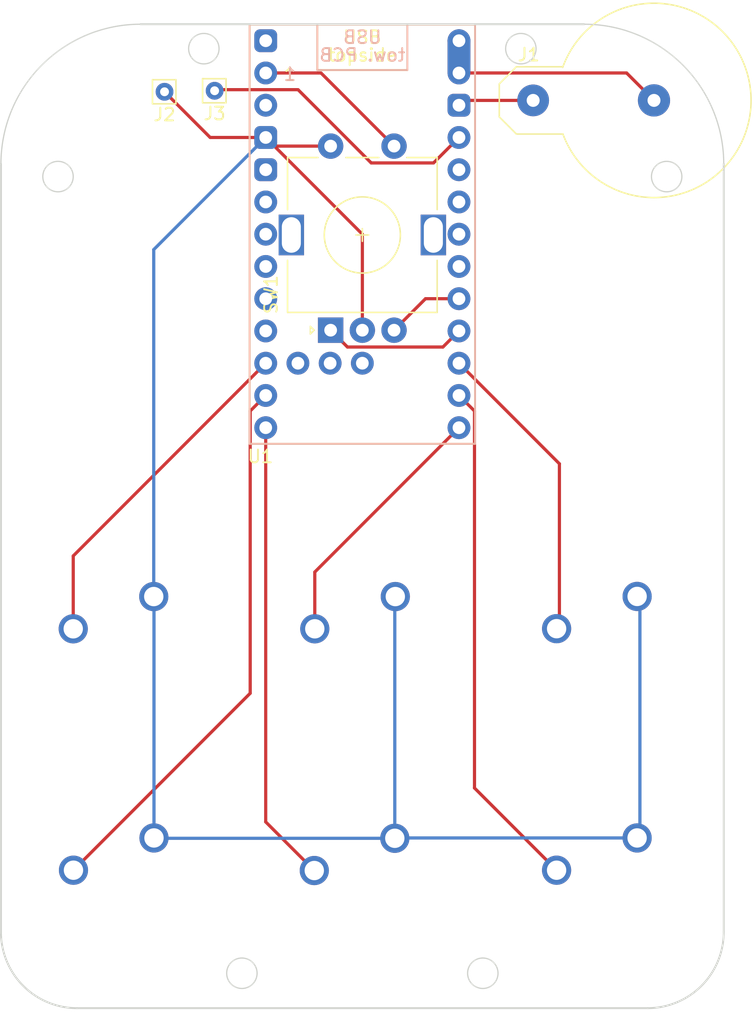
<source format=kicad_pcb>
(kicad_pcb (version 20221018) (generator pcbnew)
  (layers (0 "F.Cu" signal) (31 "B.Cu" signal) (34 "B.Paste" user) (35 "F.Paste" user) (36 "B.SilkS" user "B.Silkscreen") (37 "F.SilkS" user "F.Silkscreen") (38 "B.Mask" user) (39 "F.Mask" user) (44 "Edge.Cuts" user))
  (net 0 "")
  (net 1 "Net-(U1-P1.11-LF)")
  (net 10 "Net-(J1-Pin_1)")
  (net 11 "Net-(U1-P1.06-LF)")
  (net 12 "Net-(U1-P1.04-LF)")
  (net 13 "Net-(U1-P0.11)")
  (net 14 "Net-(U1-P0-10-LF)")
  (net 15 "Net-(U1-P0.09-LF)")
  (net 19 "Net-(U1-P1.13-LF)")
  (net 20 "Net-(U1-P1.15-LF)")
  (net 24 "Net-(U1-P0.06)")
  (net 25 "Net-(J1-Pin_2)")
  (net 27 "Net-(J3-Pin_1)")
  (footprint "PCM_marbastlib-mx:SW_MX_1u" (layer "F.Cu") (at 58.52 120.2)
    (fp_text reference "MX5" hide)
    (fp_text value "MX_SW_solder" hide)
    (pad "" np_thru_hole circle (at -5.08 0) (size 1.75 1.75) (drill 1.75) (layers "*.Cu" "*.Mask"))
    (pad "" np_thru_hole circle (at 0 0) (size 3.9878 3.9878) (drill 3.9878) (layers "*.Cu" "*.Mask"))
    (pad "" np_thru_hole circle (at 5.08 0) (size 1.75 1.75) (drill 1.75) (layers "*.Cu" "*.Mask"))
    (pad "1" thru_hole circle (at -3.81 -2.54) (size 2.3 2.3) (drill 1.524) (layers "*.Cu" "B.Mask") (net 11 "Net-(U1-P1.06-LF)"))
    (pad "2" thru_hole circle (at 2.54 -5.08) (size 2.3 2.3) (drill 1.524) (layers "*.Cu" "B.Mask") (net 10 "Net-(J1-Pin_1)"))
  )
  (footprint "Rotary_Encoder:RotaryEncoder_Alps_EC11E-Switch_Vertical_H20mm" (layer "F.Cu") (at 56 75.1 90)
    (fp_text reference "SW1" (at 2.8 -4.7 90) (layer "F.SilkS"))
    (fp_text value "RotaryEncoder_Switch")
    (fp_line (start -0.3 -1.6) (end 0.3 -1.6) (stroke (width 0.12)) (layer "F.SilkS"))
    (fp_line (start 0 -1.3) (end -0.3 -1.6) (stroke (width 0.12)) (layer "F.SilkS"))
    (fp_line (start 0.3 -1.6) (end 0 -1.3) (stroke (width 0.12)) (layer "F.SilkS"))
    (fp_line (start 1.4 -3.4) (end 1.4 8.4) (stroke (width 0.12)) (layer "F.SilkS"))
    (fp_line (start 5.5 -3.4) (end 1.4 -3.4) (stroke (width 0.12)) (layer "F.SilkS"))
    (fp_line (start 5.5 8.4) (end 1.4 8.4) (stroke (width 0.12)) (layer "F.SilkS"))
    (fp_line (start 7 2.5) (end 8 2.5) (stroke (width 0.12)) (layer "F.SilkS"))
    (fp_line (start 7.5 2) (end 7.5 3) (stroke (width 0.12)) (layer "F.SilkS"))
    (fp_line (start 9.5 -3.4) (end 13.6 -3.4) (stroke (width 0.12)) (layer "F.SilkS"))
    (fp_line (start 13.6 -3.4) (end 13.6 -1) (stroke (width 0.12)) (layer "F.SilkS"))
    (fp_line (start 13.6 1.2) (end 13.6 3.8) (stroke (width 0.12)) (layer "F.SilkS"))
    (fp_line (start 13.6 6) (end 13.6 8.4) (stroke (width 0.12)) (layer "F.SilkS"))
    (fp_line (start 13.6 8.4) (end 9.5 8.4) (stroke (width 0.12)) (layer "F.SilkS"))
    (fp_circle (center 7.5 2.5) (end 10.5 2.5) (stroke (width 0.12)) (fill none) (layer "F.SilkS"))
    (pad "A" thru_hole rect (at 0 0 90) (size 2 2) (drill 1) (layers "*.Cu" "*.Mask") (net 19 "Net-(U1-P1.13-LF)"))
    (pad "B" thru_hole circle (at 0 5 90) (size 2 2) (drill 1) (layers "*.Cu" "*.Mask") (net 20 "Net-(U1-P1.15-LF)"))
    (pad "C" thru_hole circle (at 0 2.5 90) (size 2 2) (drill 1) (layers "*.Cu" "*.Mask") (net 10 "Net-(J1-Pin_1)"))
    (pad "MP" thru_hole rect (at 7.5 -3.1 90) (size 3.2 2) (drill oval 2.8 1.5) (layers "*.Cu" "*.Mask"))
    (pad "MP" thru_hole rect (at 7.5 8.1 90) (size 3.2 2) (drill oval 2.8 1.5) (layers "*.Cu" "*.Mask"))
    (pad "S1" thru_hole circle (at 14.5 5 90) (size 2 2) (drill 1) (layers "*.Cu" "*.Mask") (net 24 "Net-(U1-P0.06)"))
    (pad "S2" thru_hole circle (at 14.5 0 90) (size 2 2) (drill 1) (layers "*.Cu" "*.Mask") (net 10 "Net-(J1-Pin_1)"))
  )
  (footprint "PCM_marbastlib-mx:SW_MX_1u" (layer "F.Cu") (at 77.63 101.15)
    (fp_text reference "MX3" hide)
    (fp_text value "MX_SW_solder" hide)
    (pad "" np_thru_hole circle (at -5.08 0) (size 1.75 1.75) (drill 1.75) (layers "*.Cu" "*.Mask"))
    (pad "" np_thru_hole circle (at 0 0) (size 3.9878 3.9878) (drill 3.9878) (layers "*.Cu" "*.Mask"))
    (pad "" np_thru_hole circle (at 5.08 0) (size 1.75 1.75) (drill 1.75) (layers "*.Cu" "*.Mask"))
    (pad "1" thru_hole circle (at -3.81 -2.54) (size 2.3 2.3) (drill 1.524) (layers "*.Cu" "B.Mask") (net 1 "Net-(U1-P1.11-LF)"))
    (pad "2" thru_hole circle (at 2.54 -5.08) (size 2.3 2.3) (drill 1.524) (layers "*.Cu" "B.Mask") (net 10 "Net-(J1-Pin_1)"))
  )
  (footprint "Connector_Pin:Pin_D0.7mm_L6.5mm_W1.8mm_FlatFork" (layer "F.Cu") (at 46.85 56.24)
    (fp_text reference "J3" (at 0 1.8) (layer "F.SilkS"))
    (fp_text value "Conn_01x01")
    (fp_line (start -0.95 -0.95) (end -0.95 0.95) (stroke (width 0.12)) (layer "F.SilkS"))
    (fp_line (start -0.95 0.95) (end 0.9 0.95) (stroke (width 0.12)) (layer "F.SilkS"))
    (fp_line (start 0.9 -0.95) (end -0.95 -0.95) (stroke (width 0.12)) (layer "F.SilkS"))
    (fp_line (start 0.9 -0.9) (end 0.9 -0.95) (stroke (width 0.12)) (layer "F.SilkS"))
    (fp_line (start 0.9 0.95) (end 0.9 -0.9) (stroke (width 0.12)) (layer "F.SilkS"))
    (pad "1" thru_hole circle (at 0 0) (size 1.4 1.4) (drill 0.7) (layers "*.Cu" "*.Mask") (net 27 "Net-(J3-Pin_1)"))
  )
  (footprint "Battery:BatteryHolder_Keystone_500" (layer "F.Cu") (at 71.97 57)
    (fp_text reference "J1" (at -0.35 -3.6) (layer "F.SilkS"))
    (fp_text value "Conn_01x02")
    (fp_line (start -2.67 -1.3) (end -1.32 -2.65) (stroke (width 0.12)) (layer "F.SilkS"))
    (fp_line (start -2.67 1.3) (end -2.67 -1.3) (stroke (width 0.12)) (layer "F.SilkS"))
    (fp_line (start -1.32 -2.65) (end 2.33 -2.65) (stroke (width 0.12)) (layer "F.SilkS"))
    (fp_line (start -1.32 2.65) (end -2.67 1.3) (stroke (width 0.12)) (layer "F.SilkS"))
    (fp_line (start 2.33 2.65) (end -1.32 2.65) (stroke (width 0.12)) (layer "F.SilkS"))
    (fp_arc (start 2.33 -2.6) (mid 17.185039 -0.019344) (end 2.343232 2.636355) (stroke (width 0.12)) (layer "F.SilkS"))
    (pad "1" thru_hole circle (at 0 0) (size 2.5 2.5) (drill 1.02) (layers "*.Cu" "*.Mask") (net 10 "Net-(J1-Pin_1)"))
    (pad "2" thru_hole circle (at 9.53 0) (size 2.54 2.54) (drill 1.02) (layers "*.Cu" "*.Mask") (net 25 "Net-(J1-Pin_2)"))
  )
  (footprint "PCM_marbastlib-mx:SW_MX_1u" (layer "F.Cu") (at 39.52875 120.17375)
    (fp_text reference "MX4" hide)
    (fp_text value "MX_SW_solder" hide)
    (pad "" np_thru_hole circle (at -5.08 0) (size 1.75 1.75) (drill 1.75) (layers "*.Cu" "*.Mask"))
    (pad "" np_thru_hole circle (at 0 0) (size 3.9878 3.9878) (drill 3.9878) (layers "*.Cu" "*.Mask"))
    (pad "" np_thru_hole circle (at 5.08 0) (size 1.75 1.75) (drill 1.75) (layers "*.Cu" "*.Mask"))
    (pad "1" thru_hole circle (at -3.81 -2.54) (size 2.3 2.3) (drill 1.524) (layers "*.Cu" "B.Mask") (net 12 "Net-(U1-P1.04-LF)"))
    (pad "2" thru_hole circle (at 2.54 -5.08) (size 2.3 2.3) (drill 1.524) (layers "*.Cu" "B.Mask") (net 10 "Net-(J1-Pin_1)"))
  )
  (footprint "PCM_marbastlib-mx:SW_MX_1u" (layer "F.Cu") (at 39.51 101.16)
    (fp_text reference "MX1" hide)
    (fp_text value "MX_SW_solder" hide)
    (pad "" np_thru_hole circle (at -5.08 0) (size 1.75 1.75) (drill 1.75) (layers "*.Cu" "*.Mask"))
    (pad "" np_thru_hole circle (at 0 0) (size 3.9878 3.9878) (drill 3.9878) (layers "*.Cu" "*.Mask"))
    (pad "" np_thru_hole circle (at 5.08 0) (size 1.75 1.75) (drill 1.75) (layers "*.Cu" "*.Mask"))
    (pad "1" thru_hole circle (at -3.81 -2.54) (size 2.3 2.3) (drill 1.524) (layers "*.Cu" "B.Mask") (net 13 "Net-(U1-P0.11)"))
    (pad "2" thru_hole circle (at 2.54 -5.08) (size 2.3 2.3) (drill 1.524) (layers "*.Cu" "B.Mask") (net 10 "Net-(J1-Pin_1)"))
  )
  (footprint "Connector_Pin:Pin_D0.7mm_L6.5mm_W1.8mm_FlatFork" (layer "F.Cu") (at 42.9 56.32)
    (fp_text reference "J2" (at 0 1.8) (layer "F.SilkS"))
    (fp_text value "Conn_01x01")
    (fp_line (start -0.95 -0.95) (end -0.95 0.95) (stroke (width 0.12)) (layer "F.SilkS"))
    (fp_line (start -0.95 0.95) (end 0.9 0.95) (stroke (width 0.12)) (layer "F.SilkS"))
    (fp_line (start 0.9 -0.95) (end -0.95 -0.95) (stroke (width 0.12)) (layer "F.SilkS"))
    (fp_line (start 0.9 -0.9) (end 0.9 -0.95) (stroke (width 0.12)) (layer "F.SilkS"))
    (fp_line (start 0.9 0.95) (end 0.9 -0.9) (stroke (width 0.12)) (layer "F.SilkS"))
    (pad "1" thru_hole circle (at 0 0) (size 1.4 1.4) (drill 0.7) (layers "*.Cu" "*.Mask") (net 10 "Net-(J1-Pin_1)"))
  )
  (footprint "PCM_marbastlib-mx:SW_MX_1u" (layer "F.Cu") (at 77.62875 120.17375)
    (fp_text reference "MX6" hide)
    (fp_text value "MX_SW_solder" hide)
    (pad "" np_thru_hole circle (at -5.08 0) (size 1.75 1.75) (drill 1.75) (layers "*.Cu" "*.Mask"))
    (pad "" np_thru_hole circle (at 0 0) (size 3.9878 3.9878) (drill 3.9878) (layers "*.Cu" "*.Mask"))
    (pad "" np_thru_hole circle (at 5.08 0) (size 1.75 1.75) (drill 1.75) (layers "*.Cu" "*.Mask"))
    (pad "1" thru_hole circle (at -3.81 -2.54) (size 2.3 2.3) (drill 1.524) (layers "*.Cu" "B.Mask") (net 14 "Net-(U1-P0-10-LF)"))
    (pad "2" thru_hole circle (at 2.54 -5.08) (size 2.3 2.3) (drill 1.524) (layers "*.Cu" "B.Mask") (net 10 "Net-(J1-Pin_1)"))
  )
  (footprint "PCM_marbastlib-xp-promicroish:nice_nano_AH_Reversible" (layer "F.Cu") (at 58.5 68.81)
    (fp_text reference "U1" (at -9.14 16.24) (layer "F.SilkS") (effects (justify left)))
    (fp_text value "nice_nano")
    (fp_text user "1" (at -5.715 -13.2825) (layer "B.SilkS") (effects (justify bottom mirror)))
    (fp_text user "USB" (at 0 -16.2 unlocked) (layer "B.SilkS") (effects (justify bottom mirror)))
    (fp_text user "tow. PCB" (at 0 -14.8 unlocked) (layer "B.SilkS") (effects (justify bottom mirror)))
    (fp_text user "1" (at -5.715 -13.2825) (layer "F.SilkS") (effects (justify bottom)))
    (fp_text user "topside" (at 0 -14.8 unlocked) (layer "F.SilkS") (effects (justify bottom)))
    (fp_text user "USB" (at 0 -16.2 unlocked) (layer "F.SilkS") (effects (justify bottom)))
    (fp_line (start -3.55 -14.2) (end -3.55 -17.78) (stroke (width 0.15)) (layer "B.SilkS"))
    (fp_line (start -3.55 -14.2) (end 3.55 -14.2) (stroke (width 0.15)) (layer "B.SilkS"))
    (fp_line (start 3.55 -14.2) (end 3.55 -17.78) (stroke (width 0.15)) (layer "B.SilkS"))
    (fp_rect (start 8.89 -17.78) (end -8.89 15.24) (stroke (width 0.15)) (fill none) (layer "B.SilkS"))
    (fp_line (start -3.55 -14.2) (end -3.55 -17.78) (stroke (width 0.15)) (layer "F.SilkS"))
    (fp_line (start 3.55 -14.2) (end -3.55 -14.2) (stroke (width 0.15)) (layer "F.SilkS"))
    (fp_line (start 3.55 -14.2) (end 3.55 -17.78) (stroke (width 0.15)) (layer "F.SilkS"))
    (fp_rect (start -8.89 -17.78) (end 8.89 15.24) (stroke (width 0.15)) (fill none) (layer "F.SilkS"))
    (pad "1" thru_hole circle (at -7.62 -13.97) (size 1.8 1.8) (drill 1) (layers "*.Cu" "*.Mask") (net 24 "Net-(U1-P0.06)"))
    (pad "2" thru_hole circle (at -7.62 -11.43) (size 1.8 1.8) (drill 1) (layers "*.Cu" "*.Mask"))
    (pad "3" thru_hole roundrect (at -7.62 -8.89) (size 1.8 1.8) (drill 1) (layers "*.Cu" "*.Mask") (net 10 "Net-(J1-Pin_1)"))
    (pad "4" thru_hole roundrect (at -7.62 -6.35) (size 1.8 1.8) (drill 1) (layers "*.Cu" "*.Mask"))
    (pad "5" thru_hole circle (at -7.62 -3.81) (size 1.8 1.8) (drill 1) (layers "*.Cu" "*.Mask"))
    (pad "6" thru_hole circle (at -7.62 -1.27) (size 1.8 1.8) (drill 1) (layers "*.Cu" "*.Mask"))
    (pad "7" thru_hole circle (at -7.62 1.27) (size 1.8 1.8) (drill 1) (layers "*.Cu" "*.Mask"))
    (pad "8" thru_hole circle (at -7.62 3.81) (size 1.8 1.8) (drill 1) (layers "*.Cu" "*.Mask"))
    (pad "9" thru_hole circle (at -7.62 6.35) (size 1.8 1.8) (drill 1) (layers "*.Cu" "*.Mask"))
    (pad "10" thru_hole circle (at -7.62 8.89) (size 1.8 1.8) (drill 1) (layers "*.Cu" "*.Mask") (net 13 "Net-(U1-P0.11)"))
    (pad "11" thru_hole circle (at -7.62 11.43) (size 1.8 1.8) (drill 1) (layers "*.Cu" "*.Mask") (net 12 "Net-(U1-P1.04-LF)"))
    (pad "12" thru_hole circle (at -7.62 13.97) (size 1.8 1.8) (drill 1) (layers "*.Cu" "*.Mask") (net 11 "Net-(U1-P1.06-LF)"))
    (pad "13" thru_hole oval (at 7.62 -13.97) (size 1.8 4.34) (drill 1 (offset 0 -1.27)) (layers "*.Cu" "*.Mask") (net 25 "Net-(J1-Pin_2)"))
    (pad "14" thru_hole roundrect (at 7.62 -11.43) (size 1.8 1.8) (drill 1) (layers "*.Cu" "*.Mask") (net 10 "Net-(J1-Pin_1)"))
    (pad "15" thru_hole circle (at 7.62 -8.89) (size 1.8 1.8) (drill 1) (layers "*.Cu" "*.Mask") (net 27 "Net-(J3-Pin_1)"))
    (pad "16" thru_hole circle (at 7.62 -6.35) (size 1.8 1.8) (drill 1) (layers "*.Cu" "*.Mask"))
    (pad "17" thru_hole circle (at 7.62 -3.81) (size 1.8 1.8) (drill 1) (layers "*.Cu" "*.Mask"))
    (pad "18" thru_hole circle (at 7.62 -1.27) (size 1.8 1.8) (drill 1) (layers "*.Cu" "*.Mask"))
    (pad "19" thru_hole circle (at 7.62 1.27) (size 1.8 1.8) (drill 1) (layers "*.Cu" "*.Mask"))
    (pad "20" thru_hole circle (at 7.62 3.81) (size 1.8 1.8) (drill 1) (layers "*.Cu" "*.Mask") (net 20 "Net-(U1-P1.15-LF)"))
    (pad "21" thru_hole circle (at 7.62 6.35) (size 1.8 1.8) (drill 1) (layers "*.Cu" "*.Mask") (net 19 "Net-(U1-P1.13-LF)"))
    (pad "22" thru_hole circle (at 7.62 8.89) (size 1.8 1.8) (drill 1) (layers "*.Cu" "*.Mask") (net 1 "Net-(U1-P1.11-LF)"))
    (pad "23" thru_hole circle (at 7.62 11.43) (size 1.8 1.8) (drill 1) (layers "*.Cu" "*.Mask") (net 14 "Net-(U1-P0-10-LF)"))
    (pad "24" thru_hole circle (at 7.62 13.97) (size 1.8 1.8) (drill 1) (layers "*.Cu" "*.Mask") (net 15 "Net-(U1-P0.09-LF)"))
    (pad "25" thru_hole circle (at -5.08 8.89) (size 1.8 1.8) (drill 1) (layers "*.Cu" "*.Mask"))
    (pad "26" thru_hole circle (at -2.54 8.89) (size 1.8 1.8) (drill 1) (layers "*.Cu" "*.Mask"))
    (pad "27" thru_hole circle (at 0 8.89) (size 1.8 1.8) (drill 1) (layers "*.Cu" "*.Mask"))
    (pad "28" thru_hole roundrect (at -7.62 -16.51) (size 1.8 1.8) (drill 1) (layers "*.Cu" "*.Mask"))
    (pad "29" thru_hole circle (at 7.62 -16.51) (size 1.8 1.8) (drill 1) (layers "*.Cu" "*.Mask") (net 25 "Net-(J1-Pin_2)"))
  )
  (footprint "PCM_marbastlib-mx:SW_MX_1u" (layer "F.Cu") (at 58.56 101.16)
    (fp_text reference "MX2" hide)
    (fp_text value "MX_SW_solder" hide)
    (pad "" np_thru_hole circle (at -5.08 0) (size 1.75 1.75) (drill 1.75) (layers "*.Cu" "*.Mask"))
    (pad "" np_thru_hole circle (at 0 0) (size 3.9878 3.9878) (drill 3.9878) (layers "*.Cu" "*.Mask"))
    (pad "" np_thru_hole circle (at 5.08 0) (size 1.75 1.75) (drill 1.75) (layers "*.Cu" "*.Mask"))
    (pad "1" thru_hole circle (at -3.81 -2.54) (size 2.3 2.3) (drill 1.524) (layers "*.Cu" "B.Mask") (net 15 "Net-(U1-P0.09-LF)"))
    (pad "2" thru_hole circle (at 2.54 -5.08) (size 2.3 2.3) (drill 1.524) (layers "*.Cu" "B.Mask") (net 10 "Net-(J1-Pin_1)"))
  )
  (gr_circle (center 34.5 63) (end 35.7 63) (stroke (width 0.1)) (fill none) (layer "Edge.Cuts"))
  (gr_arc (start 87 122.5) (mid 85.242641 126.742641) (end 81 128.5) (stroke (width 0.15)) (layer "Edge.Cuts"))
  (gr_line (start 76 51) (end 41 51) (stroke (width 0.15)) (layer "Edge.Cuts"))
  (gr_circle (center 71 52.925) (end 72.2 52.925) (stroke (width 0.1)) (fill none) (layer "Edge.Cuts"))
  (gr_arc (start 76 51) (mid 83.778175 54.221825) (end 87 62) (stroke (width 0.1)) (layer "Edge.Cuts"))
  (gr_line (start 87 122.5) (end 87 62) (stroke (width 0.15)) (layer "Edge.Cuts"))
  (gr_circle (center 46 52.925) (end 47.2 52.925) (stroke (width 0.1)) (fill none) (layer "Edge.Cuts"))
  (gr_arc (start 30 62) (mid 33.221825 54.221825) (end 41 51) (stroke (width 0.1)) (layer "Edge.Cuts"))
  (gr_circle (center 68 125.75) (end 69.2 125.75) (stroke (width 0.1)) (fill none) (layer "Edge.Cuts"))
  (gr_line (start 36 128.5) (end 81 128.5) (stroke (width 0.15)) (layer "Edge.Cuts"))
  (gr_line (start 30 122.5) (end 30 62) (stroke (width 0.15)) (layer "Edge.Cuts"))
  (gr_circle (center 82.5 63) (end 83.7 63) (stroke (width 0.1)) (fill none) (layer "Edge.Cuts"))
  (gr_circle (center 49 125.75) (end 50.2 125.75) (stroke (width 0.1)) (fill none) (layer "Edge.Cuts"))
  (gr_arc (start 36 128.5) (mid 31.757359 126.742641) (end 30 122.5) (stroke (width 0.15)) (layer "Edge.Cuts"))
  (segment (start 74.04 98.66) (end 74.04 85.62) (width 0.25) (layer "F.Cu") (net 1))
  (segment (start 74.04 85.62) (end 66.12 77.7) (width 0.25) (layer "F.Cu") (net 1))
  (segment (start 51.56 60.6) (end 50.88 59.92) (width 0.25) (layer "F.Cu") (net 10))
  (segment (start 58.5 67.54) (end 50.88 59.92) (width 0.25) (layer "F.Cu") (net 10))
  (segment (start 58.5 75.1) (end 58.5 67.54) (width 0.25) (layer "F.Cu") (net 10))
  (segment (start 56 60.6) (end 51.56 60.6) (width 0.25) (layer "F.Cu") (net 10))
  (segment (start 46.5 59.92) (end 42.9 56.32) (width 0.25) (layer "F.Cu") (net 10))
  (segment (start 71.97 57) (end 66.5 57) (width 0.25) (layer "F.Cu") (net 10))
  (segment (start 50.88 59.92) (end 46.5 59.92) (width 0.25) (layer "F.Cu") (net 10))
  (segment (start 66.5 57) (end 66.12 57.38) (width 0.25) (layer "F.Cu") (net 10))
  (segment (start 42.05 96.08) (end 42.05 68.75) (width 0.25) (layer "B.Cu") (net 10))
  (segment (start 42.06875 96.09875) (end 42.05 96.08) (width 0.25) (layer "B.Cu") (net 10))
  (segment (start 61.06 115.12) (end 61.06 96.12) (width 0.25) (layer "B.Cu") (net 10))
  (segment (start 61.06 115.12) (end 42.095 115.12) (width 0.25) (layer "B.Cu") (net 10))
  (segment (start 80.39 96.12) (end 80.39 114.8725) (width 0.25) (layer "B.Cu") (net 10))
  (segment (start 42.06875 115.09375) (end 42.06875 96.09875) (width 0.25) (layer "B.Cu") (net 10))
  (segment (start 80.39 114.8725) (end 80.16875 115.09375) (width 0.25) (layer "B.Cu") (net 10))
  (segment (start 61.08625 115.09375) (end 61.06 115.12) (width 0.25) (layer "B.Cu") (net 10))
  (segment (start 42.05 68.75) (end 50.88 59.92) (width 0.25) (layer "B.Cu") (net 10))
  (segment (start 80.16875 115.09375) (end 61.08625 115.09375) (width 0.25) (layer "B.Cu") (net 10))
  (segment (start 42.095 115.12) (end 42.06875 115.09375) (width 0.25) (layer "B.Cu") (net 10))
  (segment (start 61.06 96.12) (end 61.1 96.08) (width 0.25) (layer "B.Cu") (net 10))
  (segment (start 50.88 113.83) (end 50.88 82.78) (width 0.25) (layer "F.Cu") (net 11))
  (segment (start 54.71 117.66) (end 50.88 113.83) (width 0.25) (layer "F.Cu") (net 11))
  (segment (start 49.655 81.465) (end 50.88 80.24) (width 0.25) (layer "F.Cu") (net 12))
  (segment (start 49.655 103.6975) (end 49.655 81.465) (width 0.25) (layer "F.Cu") (net 12))
  (segment (start 35.71875 117.63375) (end 49.655 103.6975) (width 0.25) (layer "F.Cu") (net 12))
  (segment (start 35.7 98.62) (end 35.7 92.88) (width 0.25) (layer "F.Cu") (net 13))
  (segment (start 35.7 92.88) (end 50.88 77.7) (width 0.25) (layer "F.Cu") (net 13))
  (segment (start 67.345 81.465) (end 66.12 80.24) (width 0.25) (layer "F.Cu") (net 14))
  (segment (start 67.345 111.16) (end 67.345 81.465) (width 0.25) (layer "F.Cu") (net 14))
  (segment (start 73.81875 117.63375) (end 67.345 111.16) (width 0.25) (layer "F.Cu") (net 14))
  (segment (start 54.75 94.15) (end 66.12 82.78) (width 0.25) (layer "F.Cu") (net 15))
  (segment (start 54.75 98.62) (end 54.75 94.15) (width 0.25) (layer "F.Cu") (net 15))
  (segment (start 56 75.1) (end 57.325 76.425) (width 0.25) (layer "F.Cu") (net 19))
  (segment (start 64.855 76.425) (end 66.12 75.16) (width 0.25) (layer "F.Cu") (net 19))
  (segment (start 57.325 76.425) (end 64.855 76.425) (width 0.25) (layer "F.Cu") (net 19))
  (segment (start 63.48 72.62) (end 66.12 72.62) (width 0.25) (layer "F.Cu") (net 20))
  (segment (start 61 75.1) (end 63.48 72.62) (width 0.25) (layer "F.Cu") (net 20))
  (segment (start 61 60.6) (end 55.24 54.84) (width 0.25) (layer "F.Cu") (net 24))
  (segment (start 55.24 54.84) (end 50.88 54.84) (width 0.25) (layer "F.Cu") (net 24))
  (segment (start 79.34 54.84) (end 66.12 54.84) (width 0.25) (layer "F.Cu") (net 25))
  (segment (start 81.5 57) (end 79.34 54.84) (width 0.25) (layer "F.Cu") (net 25))
  (segment (start 66.12 59.92) (end 64.115 61.925) (width 0.25) (layer "F.Cu") (net 27))
  (segment (start 53.428833 56.155) (end 46.935 56.155) (width 0.25) (layer "F.Cu") (net 27))
  (segment (start 59.198833 61.925) (end 53.428833 56.155) (width 0.25) (layer "F.Cu") (net 27))
  (segment (start 46.935 56.155) (end 46.85 56.24) (width 0.25) (layer "F.Cu") (net 27))
  (segment (start 64.115 61.925) (end 59.198833 61.925) (width 0.25) (layer "F.Cu") (net 27))
)
</source>
